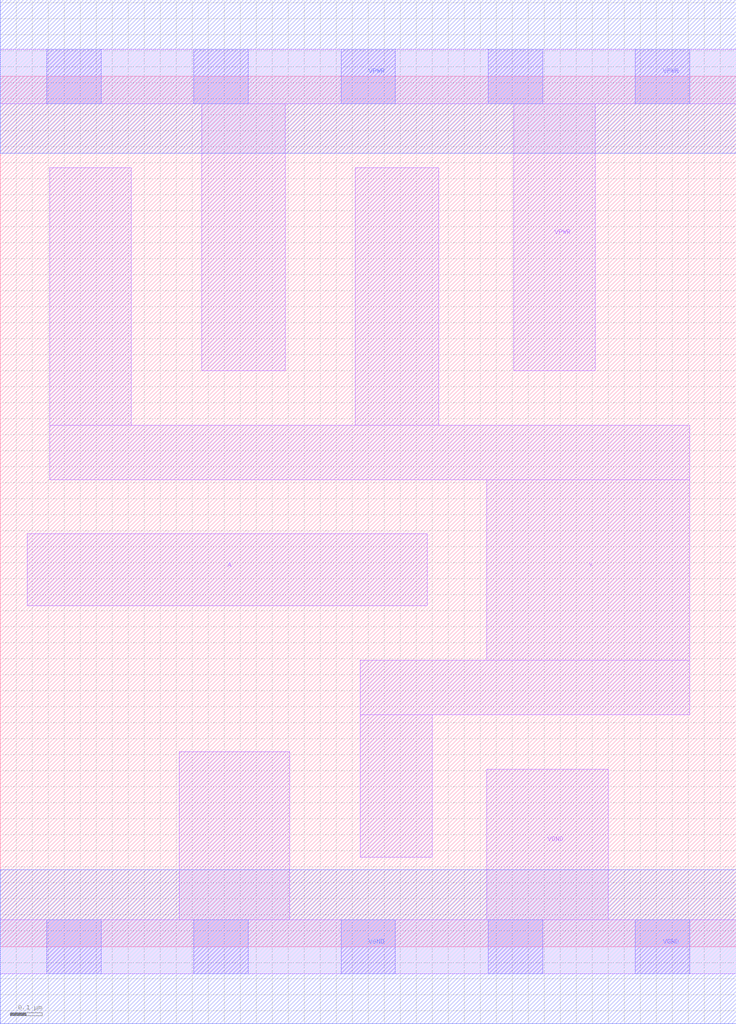
<source format=lef>
# Copyright 2020 The SkyWater PDK Authors
#
# Licensed under the Apache License, Version 2.0 (the "License");
# you may not use this file except in compliance with the License.
# You may obtain a copy of the License at
#
#     https://www.apache.org/licenses/LICENSE-2.0
#
# Unless required by applicable law or agreed to in writing, software
# distributed under the License is distributed on an "AS IS" BASIS,
# WITHOUT WARRANTIES OR CONDITIONS OF ANY KIND, either express or implied.
# See the License for the specific language governing permissions and
# limitations under the License.
#
# SPDX-License-Identifier: Apache-2.0

VERSION 5.7 ;
  NAMESCASESENSITIVE ON ;
  NOWIREEXTENSIONATPIN ON ;
  DIVIDERCHAR "/" ;
  BUSBITCHARS "[]" ;
UNITS
  DATABASE MICRONS 200 ;
END UNITS
PROPERTYDEFINITIONS
  MACRO maskLayoutSubType STRING ;
  MACRO prCellType STRING ;
  MACRO originalViewName STRING ;
END PROPERTYDEFINITIONS
MACRO sky130_fd_sc_hdll__clkinv_2
  CLASS CORE ;
  FOREIGN sky130_fd_sc_hdll__clkinv_2 ;
  ORIGIN  0.000000  0.000000 ;
  SIZE  2.300000 BY  2.720000 ;
  SYMMETRY X Y R90 ;
  SITE unithd ;
  PIN A
    ANTENNAGATEAREA  0.666000 ;
    DIRECTION INPUT ;
    USE SIGNAL ;
    PORT
      LAYER li1 ;
        RECT 0.085000 1.065000 1.335000 1.290000 ;
    END
  END A
  PIN Y
    ANTENNADIFFAREA  0.728600 ;
    DIRECTION OUTPUT ;
    USE SIGNAL ;
    PORT
      LAYER li1 ;
        RECT 0.155000 1.460000 2.155000 1.630000 ;
        RECT 0.155000 1.630000 0.410000 2.435000 ;
        RECT 1.110000 1.630000 1.370000 2.435000 ;
        RECT 1.125000 0.280000 1.350000 0.725000 ;
        RECT 1.125000 0.725000 2.155000 0.895000 ;
        RECT 1.520000 0.895000 2.155000 1.460000 ;
    END
  END Y
  PIN VGND
    DIRECTION INOUT ;
    USE GROUND ;
    PORT
      LAYER li1 ;
        RECT 0.000000 -0.085000 2.300000 0.085000 ;
        RECT 0.560000  0.085000 0.905000 0.610000 ;
        RECT 1.520000  0.085000 1.900000 0.555000 ;
      LAYER mcon ;
        RECT 0.145000 -0.085000 0.315000 0.085000 ;
        RECT 0.605000 -0.085000 0.775000 0.085000 ;
        RECT 1.065000 -0.085000 1.235000 0.085000 ;
        RECT 1.525000 -0.085000 1.695000 0.085000 ;
        RECT 1.985000 -0.085000 2.155000 0.085000 ;
      LAYER met1 ;
        RECT 0.000000 -0.240000 2.300000 0.240000 ;
    END
  END VGND
  PIN VPWR
    DIRECTION INOUT ;
    USE POWER ;
    PORT
      LAYER li1 ;
        RECT 0.000000 2.635000 2.300000 2.805000 ;
        RECT 0.630000 1.800000 0.890000 2.635000 ;
        RECT 1.605000 1.800000 1.860000 2.635000 ;
      LAYER mcon ;
        RECT 0.145000 2.635000 0.315000 2.805000 ;
        RECT 0.605000 2.635000 0.775000 2.805000 ;
        RECT 1.065000 2.635000 1.235000 2.805000 ;
        RECT 1.525000 2.635000 1.695000 2.805000 ;
        RECT 1.985000 2.635000 2.155000 2.805000 ;
      LAYER met1 ;
        RECT 0.000000 2.480000 2.300000 2.960000 ;
    END
  END VPWR
  PROPERTY maskLayoutSubType "abstract" ;
  PROPERTY prCellType "standard" ;
  PROPERTY originalViewName "layout" ;
END sky130_fd_sc_hdll__clkinv_2

</source>
